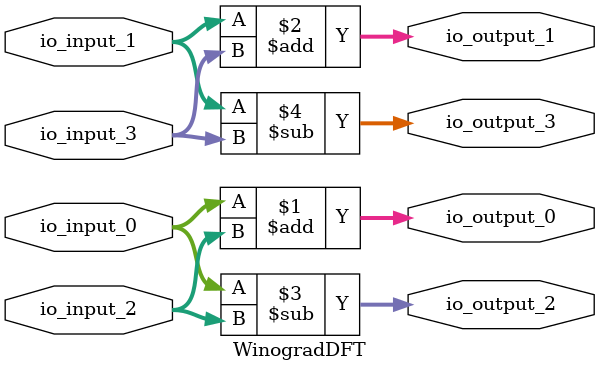
<source format=sv>



module CooleyTukeyFFT_2 (
  input      [16:0]   io_input_0,
  input      [16:0]   io_input_1,
  input      [16:0]   io_input_2,
  input      [16:0]   io_input_3,
  input      [16:0]   io_input_4,
  input      [16:0]   io_input_5,
  input      [16:0]   io_input_6,
  input      [16:0]   io_input_7,
  output     [16:0]   io_output_0,
  output     [16:0]   io_output_1,
  output     [16:0]   io_output_2,
  output     [16:0]   io_output_3,
  output     [16:0]   io_output_4,
  output     [16:0]   io_output_5,
  output     [16:0]   io_output_6,
  output     [16:0]   io_output_7
);
  wire       [16:0]   _zz_13;
  wire       [16:0]   _zz_14;
  wire       [16:0]   _zz_15;
  wire       [16:0]   _zz_16;
  wire       [16:0]   _zz_17;
  wire       [16:0]   _zz_18;
  wire       [16:0]   _zz_19;
  wire       [16:0]   _zz_20;
  wire       [16:0]   winogradDFT_4_io_output_0;
  wire       [16:0]   winogradDFT_4_io_output_1;
  wire       [16:0]   winogradDFT_4_io_output_2;
  wire       [16:0]   winogradDFT_4_io_output_3;
  wire       [16:0]   winogradDFT_5_io_output_0;
  wire       [16:0]   winogradDFT_5_io_output_1;
  wire       [16:0]   winogradDFT_5_io_output_2;
  wire       [16:0]   winogradDFT_5_io_output_3;
  wire       [16:0]   cooleyTukeyFFT_3_io_output_0;
  wire       [16:0]   cooleyTukeyFFT_3_io_output_1;
  wire       [16:0]   cooleyTukeyFFT_3_io_output_2;
  wire       [16:0]   cooleyTukeyFFT_3_io_output_3;
  wire       [16:0]   cooleyTukeyFFT_4_io_output_0;
  wire       [16:0]   cooleyTukeyFFT_4_io_output_1;
  wire       [16:0]   cooleyTukeyFFT_4_io_output_2;
  wire       [16:0]   cooleyTukeyFFT_4_io_output_3;
  wire       [16:0]   _zz_21;
  wire       [25:0]   _zz_22;
  wire       [33:0]   _zz_23;
  wire       [33:0]   _zz_24;
  wire       [16:0]   _zz_25;
  wire       [25:0]   _zz_26;
  wire       [33:0]   _zz_27;
  wire       [33:0]   _zz_28;
  wire       [16:0]   _zz_29;
  wire       [16:0]   _zz_30;
  wire       [25:0]   _zz_31;
  wire       [33:0]   _zz_32;
  wire       [33:0]   _zz_33;
  wire       [16:0]   _zz_34;
  wire       [25:0]   _zz_35;
  wire       [33:0]   _zz_36;
  wire       [33:0]   _zz_37;
  wire       [16:0]   _zz_38;
  wire       [16:0]   _zz_39;
  wire       [25:0]   _zz_40;
  wire       [33:0]   _zz_41;
  wire       [33:0]   _zz_42;
  wire       [16:0]   _zz_43;
  wire       [25:0]   _zz_44;
  wire       [33:0]   _zz_45;
  wire       [33:0]   _zz_46;
  wire       [16:0]   _zz_47;
  wire       [16:0]   _zz_48;
  wire       [25:0]   _zz_49;
  wire       [33:0]   _zz_50;
  wire       [33:0]   _zz_51;
  wire       [16:0]   _zz_52;
  wire       [25:0]   _zz_53;
  wire       [33:0]   _zz_54;
  wire       [33:0]   _zz_55;
  wire       [16:0]   _zz_56;
  wire       [16:0]   _zz_1;
  wire       [16:0]   _zz_2;
  wire       [33:0]   _zz_3;
  wire       [16:0]   _zz_4;
  wire       [16:0]   _zz_5;
  wire       [33:0]   _zz_6;
  wire       [16:0]   _zz_7;
  wire       [16:0]   _zz_8;
  wire       [33:0]   _zz_9;
  wire       [16:0]   _zz_10;
  wire       [16:0]   _zz_11;
  wire       [33:0]   _zz_12;

  assign _zz_21 = ($signed(cooleyTukeyFFT_3_io_output_0) - $signed(cooleyTukeyFFT_3_io_output_1));
  assign _zz_22 = (_zz_23 >>> 8);
  assign _zz_23 = ($signed(_zz_24) + $signed(_zz_3));
  assign _zz_24 = ($signed(_zz_25) * $signed(cooleyTukeyFFT_3_io_output_1));
  assign _zz_25 = ($signed(_zz_1) - $signed(_zz_2));
  assign _zz_26 = (_zz_27 >>> 8);
  assign _zz_27 = ($signed(_zz_28) - $signed(_zz_3));
  assign _zz_28 = ($signed(_zz_29) * $signed(cooleyTukeyFFT_3_io_output_0));
  assign _zz_29 = ($signed(_zz_1) + $signed(_zz_2));
  assign _zz_30 = ($signed(cooleyTukeyFFT_4_io_output_0) - $signed(cooleyTukeyFFT_4_io_output_1));
  assign _zz_31 = (_zz_32 >>> 8);
  assign _zz_32 = ($signed(_zz_33) + $signed(_zz_6));
  assign _zz_33 = ($signed(_zz_34) * $signed(cooleyTukeyFFT_4_io_output_1));
  assign _zz_34 = ($signed(_zz_4) - $signed(_zz_5));
  assign _zz_35 = (_zz_36 >>> 8);
  assign _zz_36 = ($signed(_zz_37) - $signed(_zz_6));
  assign _zz_37 = ($signed(_zz_38) * $signed(cooleyTukeyFFT_4_io_output_0));
  assign _zz_38 = ($signed(_zz_4) + $signed(_zz_5));
  assign _zz_39 = ($signed(cooleyTukeyFFT_3_io_output_2) - $signed(cooleyTukeyFFT_3_io_output_3));
  assign _zz_40 = (_zz_41 >>> 8);
  assign _zz_41 = ($signed(_zz_42) + $signed(_zz_9));
  assign _zz_42 = ($signed(_zz_43) * $signed(cooleyTukeyFFT_3_io_output_3));
  assign _zz_43 = ($signed(_zz_7) - $signed(_zz_8));
  assign _zz_44 = (_zz_45 >>> 8);
  assign _zz_45 = ($signed(_zz_46) - $signed(_zz_9));
  assign _zz_46 = ($signed(_zz_47) * $signed(cooleyTukeyFFT_3_io_output_2));
  assign _zz_47 = ($signed(_zz_7) + $signed(_zz_8));
  assign _zz_48 = ($signed(cooleyTukeyFFT_4_io_output_2) - $signed(cooleyTukeyFFT_4_io_output_3));
  assign _zz_49 = (_zz_50 >>> 8);
  assign _zz_50 = ($signed(_zz_51) + $signed(_zz_12));
  assign _zz_51 = ($signed(_zz_52) * $signed(cooleyTukeyFFT_4_io_output_3));
  assign _zz_52 = ($signed(_zz_10) - $signed(_zz_11));
  assign _zz_53 = (_zz_54 >>> 8);
  assign _zz_54 = ($signed(_zz_55) - $signed(_zz_12));
  assign _zz_55 = ($signed(_zz_56) * $signed(cooleyTukeyFFT_4_io_output_2));
  assign _zz_56 = ($signed(_zz_10) + $signed(_zz_11));
  WinogradDFT winogradDFT_4 (
    .io_input_0     (_zz_13[16:0]                     ), //i
    .io_input_1     (_zz_14[16:0]                     ), //i
    .io_input_2     (_zz_15[16:0]                     ), //i
    .io_input_3     (_zz_16[16:0]                     ), //i
    .io_output_0    (winogradDFT_4_io_output_0[16:0]  ), //o
    .io_output_1    (winogradDFT_4_io_output_1[16:0]  ), //o
    .io_output_2    (winogradDFT_4_io_output_2[16:0]  ), //o
    .io_output_3    (winogradDFT_4_io_output_3[16:0]  )  //o
  );
  WinogradDFT winogradDFT_5 (
    .io_input_0     (_zz_17[16:0]                     ), //i
    .io_input_1     (_zz_18[16:0]                     ), //i
    .io_input_2     (_zz_19[16:0]                     ), //i
    .io_input_3     (_zz_20[16:0]                     ), //i
    .io_output_0    (winogradDFT_5_io_output_0[16:0]  ), //o
    .io_output_1    (winogradDFT_5_io_output_1[16:0]  ), //o
    .io_output_2    (winogradDFT_5_io_output_2[16:0]  ), //o
    .io_output_3    (winogradDFT_5_io_output_3[16:0]  )  //o
  );
  CooleyTukeyFFT cooleyTukeyFFT_3 (
    .io_input_0     (io_input_0[16:0]                    ), //i
    .io_input_1     (io_input_1[16:0]                    ), //i
    .io_input_2     (io_input_2[16:0]                    ), //i
    .io_input_3     (io_input_3[16:0]                    ), //i
    .io_output_0    (cooleyTukeyFFT_3_io_output_0[16:0]  ), //o
    .io_output_1    (cooleyTukeyFFT_3_io_output_1[16:0]  ), //o
    .io_output_2    (cooleyTukeyFFT_3_io_output_2[16:0]  ), //o
    .io_output_3    (cooleyTukeyFFT_3_io_output_3[16:0]  )  //o
  );
  CooleyTukeyFFT cooleyTukeyFFT_4 (
    .io_input_0     (io_input_4[16:0]                    ), //i
    .io_input_1     (io_input_5[16:0]                    ), //i
    .io_input_2     (io_input_6[16:0]                    ), //i
    .io_input_3     (io_input_7[16:0]                    ), //i
    .io_output_0    (cooleyTukeyFFT_4_io_output_0[16:0]  ), //o
    .io_output_1    (cooleyTukeyFFT_4_io_output_1[16:0]  ), //o
    .io_output_2    (cooleyTukeyFFT_4_io_output_2[16:0]  ), //o
    .io_output_3    (cooleyTukeyFFT_4_io_output_3[16:0]  )  //o
  );
  assign _zz_1 = 17'h00100;
  assign _zz_2 = 17'h0;
  assign _zz_3 = ($signed(_zz_1) * $signed(_zz_21));
  assign _zz_13 = _zz_22[16:0];
  assign _zz_14 = _zz_26[16:0];
  assign _zz_4 = 17'h00100;
  assign _zz_5 = 17'h0;
  assign _zz_6 = ($signed(_zz_4) * $signed(_zz_30));
  assign _zz_15 = _zz_31[16:0];
  assign _zz_16 = _zz_35[16:0];
  assign _zz_7 = 17'h00100;
  assign _zz_8 = 17'h0;
  assign _zz_9 = ($signed(_zz_7) * $signed(_zz_39));
  assign _zz_17 = _zz_40[16:0];
  assign _zz_18 = _zz_44[16:0];
  assign _zz_10 = 17'h0;
  assign _zz_11 = 17'h1ff00;
  assign _zz_12 = ($signed(_zz_10) * $signed(_zz_48));
  assign _zz_19 = _zz_49[16:0];
  assign _zz_20 = _zz_53[16:0];
  assign io_output_0 = winogradDFT_4_io_output_0;
  assign io_output_1 = winogradDFT_4_io_output_1;
  assign io_output_2 = winogradDFT_4_io_output_2;
  assign io_output_3 = winogradDFT_4_io_output_3;
  assign io_output_4 = winogradDFT_5_io_output_0;
  assign io_output_5 = winogradDFT_5_io_output_1;
  assign io_output_6 = winogradDFT_5_io_output_2;
  assign io_output_7 = winogradDFT_5_io_output_3;

endmodule

//CooleyTukeyFFT replaced by CooleyTukeyFFT

module CooleyTukeyFFT (
  input      [16:0]   io_input_0,
  input      [16:0]   io_input_1,
  input      [16:0]   io_input_2,
  input      [16:0]   io_input_3,
  output     [16:0]   io_output_0,
  output     [16:0]   io_output_1,
  output     [16:0]   io_output_2,
  output     [16:0]   io_output_3
);
  wire       [16:0]   winogradDFT_4_io_output_0;
  wire       [16:0]   winogradDFT_4_io_output_1;
  wire       [16:0]   winogradDFT_4_io_output_2;
  wire       [16:0]   winogradDFT_4_io_output_3;

  WinogradDFT winogradDFT_4 (
    .io_input_0     (io_input_0[16:0]                 ), //i
    .io_input_1     (io_input_1[16:0]                 ), //i
    .io_input_2     (io_input_2[16:0]                 ), //i
    .io_input_3     (io_input_3[16:0]                 ), //i
    .io_output_0    (winogradDFT_4_io_output_0[16:0]  ), //o
    .io_output_1    (winogradDFT_4_io_output_1[16:0]  ), //o
    .io_output_2    (winogradDFT_4_io_output_2[16:0]  ), //o
    .io_output_3    (winogradDFT_4_io_output_3[16:0]  )  //o
  );
  assign io_output_0 = winogradDFT_4_io_output_0;
  assign io_output_1 = winogradDFT_4_io_output_1;
  assign io_output_2 = winogradDFT_4_io_output_2;
  assign io_output_3 = winogradDFT_4_io_output_3;

endmodule

//WinogradDFT replaced by WinogradDFT

//WinogradDFT replaced by WinogradDFT

//WinogradDFT replaced by WinogradDFT

module WinogradDFT (
  input      [16:0]   io_input_0,
  input      [16:0]   io_input_1,
  input      [16:0]   io_input_2,
  input      [16:0]   io_input_3,
  output     [16:0]   io_output_0,
  output     [16:0]   io_output_1,
  output     [16:0]   io_output_2,
  output     [16:0]   io_output_3
);

  assign io_output_0 = ($signed(io_input_0) + $signed(io_input_2));
  assign io_output_1 = ($signed(io_input_1) + $signed(io_input_3));
  assign io_output_2 = ($signed(io_input_0) - $signed(io_input_2));
  assign io_output_3 = ($signed(io_input_1) - $signed(io_input_3));

endmodule

</source>
